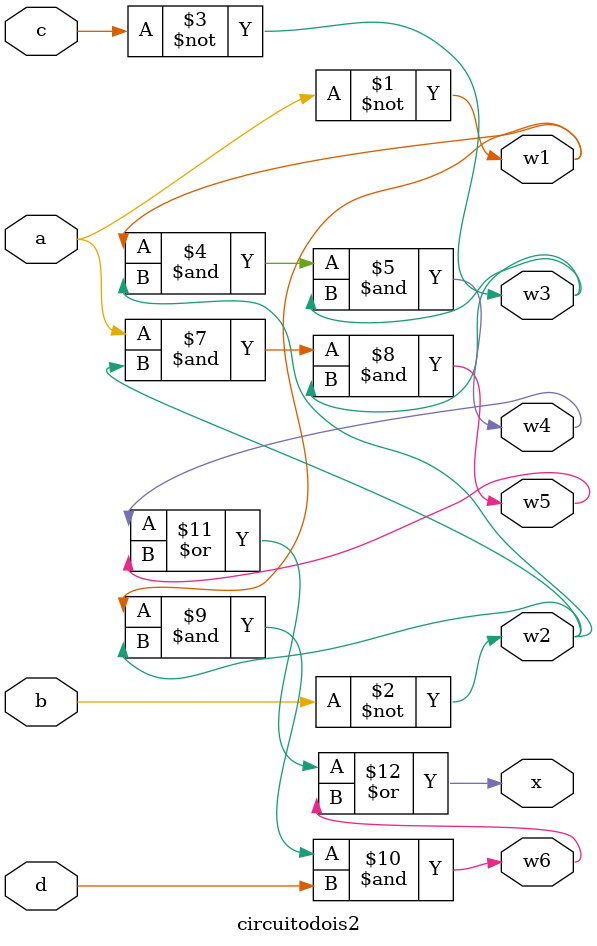
<source format=sv>
module circuitodois2(
    //definindo as entradas
    input logic a,
    input logic b,
    input logic c,
    input logic d, 
    //definindo as saídas
    output logic x, 
    //definindo os wires
    w1, w2, w3, w4, w5, w6
);
    //definindo as expressões lógicas dos wires
    assign w1 = ~a;
    assign w2 = ~b;
    assign w3 = ~c;
    assign w4 = w1 & w2 & w3;
    assign w5 = (~w1) & w2 &w3;
    assign w6 = w1 & w2 & d;  
    //definindo a expressão lógica da saída 
    assign x = w4 | w5 | w6; 
endmodule 
</source>
